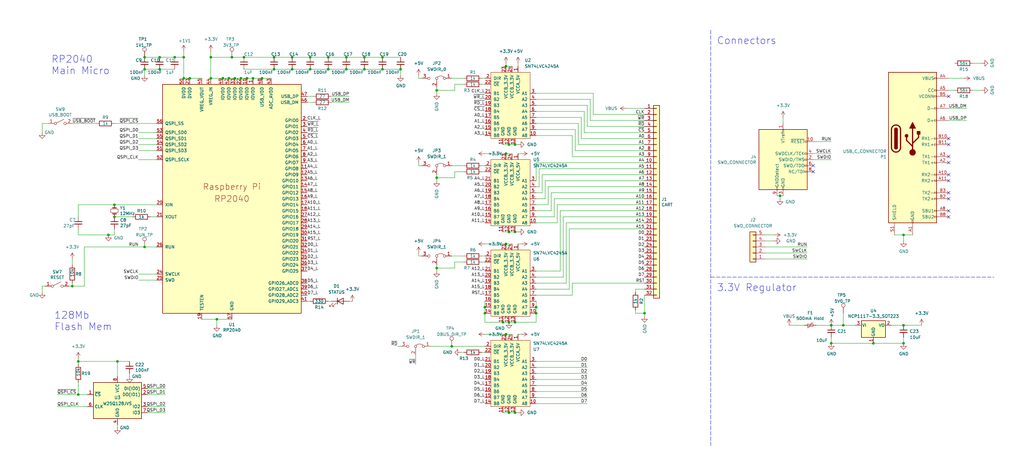
<source format=kicad_sch>
(kicad_sch (version 20211123) (generator eeschema)
  (paper "User" 431.8 200.381)
  (junction (at 138.43 24.13))
  (junction (at 60.96 104.14))
  (junction (at 350.52 144.78))
  (junction (at 130.81 29.21))
  (junction (at 99.06 33.02))
  (junction (at 161.29 24.13))
  (junction (at 184.15 74.93))
  (junction (at 217.17 173.99))
  (junction (at 97.79 24.13))
  (junction (at 77.47 33.02))
  (junction (at 184.15 38.1))
  (junction (at 146.05 24.13))
  (junction (at 213.36 102.87))
  (junction (at 91.44 134.62))
  (junction (at 33.02 166.37))
  (junction (at 368.3 144.78))
  (junction (at 67.31 24.13))
  (junction (at 48.26 91.44))
  (junction (at 30.48 120.65))
  (junction (at 204.47 129.54))
  (junction (at 217.17 60.96))
  (junction (at 217.17 97.79))
  (junction (at 48.26 86.36))
  (junction (at 212.09 135.89))
  (junction (at 123.19 29.21))
  (junction (at 153.67 29.21))
  (junction (at 271.78 132.08))
  (junction (at 153.67 24.13))
  (junction (at 67.31 29.21))
  (junction (at 49.53 152.4))
  (junction (at 104.14 33.02))
  (junction (at 213.36 64.77))
  (junction (at 93.98 33.02))
  (junction (at 214.63 173.99))
  (junction (at 88.9 24.13))
  (junction (at 138.43 29.21))
  (junction (at 214.63 97.79))
  (junction (at 213.36 27.94))
  (junction (at 146.05 29.21))
  (junction (at 110.49 33.02))
  (junction (at 106.68 33.02))
  (junction (at 350.52 137.16))
  (junction (at 77.47 24.13))
  (junction (at 73.66 24.13))
  (junction (at 328.93 82.55))
  (junction (at 213.36 140.97))
  (junction (at 214.63 135.89))
  (junction (at 115.57 29.21))
  (junction (at 88.9 33.02))
  (junction (at 60.96 29.21))
  (junction (at 96.52 33.02))
  (junction (at 217.17 135.89))
  (junction (at 168.91 29.21))
  (junction (at 123.19 24.13))
  (junction (at 190.5 146.05))
  (junction (at 355.6 137.16))
  (junction (at 60.96 24.13))
  (junction (at 381 137.16))
  (junction (at 130.81 24.13))
  (junction (at 115.57 24.13))
  (junction (at 226.06 132.08))
  (junction (at 102.87 24.13))
  (junction (at 381 99.06))
  (junction (at 161.29 29.21))
  (junction (at 204.47 132.08))
  (junction (at 80.01 33.02))
  (junction (at 214.63 60.96))
  (junction (at 381 144.78))
  (junction (at 184.15 113.03))
  (junction (at 101.6 33.02))
  (junction (at 45.72 99.06))
  (junction (at 226.06 129.54))
  (junction (at 33.02 152.4))
  (no_connect (at 400.05 91.44))
  (no_connect (at 400.05 66.04))
  (no_connect (at 400.05 81.28))
  (no_connect (at 342.9 72.39))
  (no_connect (at 400.05 73.66))
  (no_connect (at 400.05 76.2))
  (no_connect (at 342.9 69.85))
  (no_connect (at 400.05 68.58))
  (no_connect (at 400.05 83.82))
  (no_connect (at 400.05 58.42))
  (no_connect (at 400.05 60.96))
  (no_connect (at 400.05 40.64))
  (no_connect (at 400.05 88.9))
  (wire (pts (xy 226.06 152.4) (xy 247.65 152.4)))
  (wire (pts (xy 350.52 137.16) (xy 355.6 137.16)))
  (wire (pts (xy 234.95 86.36) (xy 234.95 93.98)))
  (polyline (pts (xy 299.72 116.84) (xy 419.1 116.84)))
  (wire (pts (xy 33.02 166.37) (xy 33.02 161.29)))
  (wire (pts (xy 35.56 120.65) (xy 35.56 104.14)))
  (wire (pts (xy 245.11 58.42) (xy 271.78 58.42)))
  (wire (pts (xy 212.09 135.89) (xy 214.63 135.89)))
  (wire (pts (xy 184.15 111.76) (xy 184.15 113.03)))
  (wire (pts (xy 62.23 171.45) (xy 69.85 171.45)))
  (wire (pts (xy 228.6 73.66) (xy 271.78 73.66)))
  (wire (pts (xy 204.47 127) (xy 204.47 129.54)))
  (wire (pts (xy 60.96 29.21) (xy 60.96 31.75)))
  (wire (pts (xy 218.44 64.77) (xy 219.71 64.77)))
  (wire (pts (xy 58.42 115.57) (xy 66.04 115.57)))
  (wire (pts (xy 204.47 132.08) (xy 204.47 135.89)))
  (wire (pts (xy 322.58 109.22) (xy 340.36 109.22)))
  (wire (pts (xy 226.06 170.18) (xy 247.65 170.18)))
  (wire (pts (xy 233.68 83.82) (xy 233.68 91.44)))
  (wire (pts (xy 375.92 137.16) (xy 381 137.16)))
  (wire (pts (xy 226.06 54.61) (xy 242.57 54.61)))
  (wire (pts (xy 58.42 58.42) (xy 66.04 58.42)))
  (wire (pts (xy 381 137.16) (xy 388.62 137.16)))
  (wire (pts (xy 350.52 142.24) (xy 350.52 144.78)))
  (wire (pts (xy 233.68 91.44) (xy 226.06 91.44)))
  (wire (pts (xy 45.72 99.06) (xy 48.26 99.06)))
  (wire (pts (xy 191.77 72.39) (xy 195.58 72.39)))
  (wire (pts (xy 226.06 52.07) (xy 243.84 52.07)))
  (wire (pts (xy 232.41 81.28) (xy 271.78 81.28)))
  (wire (pts (xy 67.31 29.21) (xy 73.66 29.21)))
  (wire (pts (xy 228.6 81.28) (xy 226.06 81.28)))
  (wire (pts (xy 60.96 29.21) (xy 67.31 29.21)))
  (wire (pts (xy 191.77 38.1) (xy 184.15 38.1)))
  (wire (pts (xy 350.52 59.69) (xy 342.9 59.69)))
  (wire (pts (xy 104.14 33.02) (xy 106.68 33.02)))
  (wire (pts (xy 328.93 82.55) (xy 328.93 83.82)))
  (wire (pts (xy 247.65 53.34) (xy 247.65 44.45)))
  (wire (pts (xy 91.44 134.62) (xy 85.09 134.62)))
  (wire (pts (xy 60.96 104.14) (xy 35.56 104.14)))
  (wire (pts (xy 218.44 140.97) (xy 219.71 140.97)))
  (wire (pts (xy 410.21 38.1) (xy 414.02 38.1)))
  (wire (pts (xy 33.02 152.4) (xy 33.02 153.67)))
  (wire (pts (xy 240.03 96.52) (xy 240.03 121.92)))
  (wire (pts (xy 227.33 71.12) (xy 271.78 71.12)))
  (wire (pts (xy 204.47 140.97) (xy 213.36 140.97)))
  (wire (pts (xy 184.15 113.03) (xy 184.15 114.3)))
  (wire (pts (xy 322.58 104.14) (xy 340.36 104.14)))
  (wire (pts (xy 77.47 33.02) (xy 80.01 33.02)))
  (wire (pts (xy 236.22 114.3) (xy 226.06 114.3)))
  (wire (pts (xy 217.17 60.96) (xy 218.44 60.96)))
  (wire (pts (xy 146.05 29.21) (xy 153.67 29.21)))
  (wire (pts (xy 88.9 33.02) (xy 93.98 33.02)))
  (wire (pts (xy 214.63 135.89) (xy 217.17 135.89)))
  (wire (pts (xy 102.87 29.21) (xy 115.57 29.21)))
  (wire (pts (xy 213.36 140.97) (xy 215.9 140.97)))
  (wire (pts (xy 17.78 120.65) (xy 17.78 123.19)))
  (wire (pts (xy 33.02 99.06) (xy 45.72 99.06)))
  (wire (pts (xy 204.47 64.77) (xy 213.36 64.77)))
  (wire (pts (xy 88.9 24.13) (xy 88.9 21.59)))
  (wire (pts (xy 106.68 33.02) (xy 110.49 33.02)))
  (wire (pts (xy 237.49 91.44) (xy 237.49 116.84)))
  (wire (pts (xy 267.97 121.92) (xy 267.97 123.19)))
  (wire (pts (xy 203.2 107.95) (xy 204.47 107.95)))
  (wire (pts (xy 322.58 106.68) (xy 340.36 106.68)))
  (wire (pts (xy 233.68 83.82) (xy 271.78 83.82)))
  (wire (pts (xy 176.53 68.58) (xy 176.53 69.85)))
  (wire (pts (xy 226.06 132.08) (xy 226.06 135.89)))
  (wire (pts (xy 203.2 148.59) (xy 204.47 148.59)))
  (wire (pts (xy 130.81 29.21) (xy 138.43 29.21)))
  (wire (pts (xy 30.48 120.65) (xy 29.21 120.65)))
  (wire (pts (xy 102.87 24.13) (xy 97.79 24.13)))
  (wire (pts (xy 400.05 33.02) (xy 406.4 33.02)))
  (wire (pts (xy 63.5 91.44) (xy 66.04 91.44)))
  (wire (pts (xy 241.3 124.46) (xy 226.06 124.46)))
  (wire (pts (xy 271.78 121.92) (xy 267.97 121.92)))
  (wire (pts (xy 195.58 35.56) (xy 191.77 35.56)))
  (wire (pts (xy 93.98 33.02) (xy 96.52 33.02)))
  (wire (pts (xy 322.58 99.06) (xy 326.39 99.06)))
  (wire (pts (xy 77.47 33.02) (xy 77.47 24.13)))
  (wire (pts (xy 190.5 146.05) (xy 204.47 146.05)))
  (wire (pts (xy 190.5 107.95) (xy 195.58 107.95)))
  (wire (pts (xy 226.06 39.37) (xy 250.19 39.37)))
  (wire (pts (xy 250.19 48.26) (xy 271.78 48.26)))
  (wire (pts (xy 33.02 96.52) (xy 33.02 99.06)))
  (wire (pts (xy 231.14 86.36) (xy 226.06 86.36)))
  (wire (pts (xy 110.49 33.02) (xy 114.3 33.02)))
  (wire (pts (xy 33.02 166.37) (xy 24.13 166.37)))
  (wire (pts (xy 191.77 35.56) (xy 191.77 38.1)))
  (wire (pts (xy 242.57 63.5) (xy 271.78 63.5)))
  (wire (pts (xy 191.77 72.39) (xy 191.77 74.93)))
  (wire (pts (xy 129.54 40.64) (xy 132.08 40.64)))
  (wire (pts (xy 213.36 27.94) (xy 215.9 27.94)))
  (wire (pts (xy 342.9 64.77) (xy 350.52 64.77)))
  (wire (pts (xy 344.17 137.16) (xy 350.52 137.16)))
  (wire (pts (xy 191.77 110.49) (xy 191.77 113.03)))
  (wire (pts (xy 228.6 73.66) (xy 228.6 81.28)))
  (wire (pts (xy 246.38 55.88) (xy 246.38 46.99)))
  (wire (pts (xy 204.47 102.87) (xy 213.36 102.87)))
  (wire (pts (xy 80.01 33.02) (xy 85.09 33.02)))
  (wire (pts (xy 204.47 129.54) (xy 204.47 132.08)))
  (wire (pts (xy 226.06 162.56) (xy 247.65 162.56)))
  (wire (pts (xy 176.53 33.02) (xy 177.8 33.02)))
  (wire (pts (xy 191.77 74.93) (xy 184.15 74.93)))
  (wire (pts (xy 190.5 69.85) (xy 195.58 69.85)))
  (wire (pts (xy 381 99.06) (xy 381 101.6)))
  (wire (pts (xy 240.03 121.92) (xy 226.06 121.92)))
  (wire (pts (xy 17.78 52.07) (xy 17.78 55.88)))
  (wire (pts (xy 161.29 24.13) (xy 168.91 24.13)))
  (wire (pts (xy 88.9 24.13) (xy 88.9 33.02)))
  (wire (pts (xy 96.52 33.02) (xy 99.06 33.02)))
  (wire (pts (xy 355.6 132.08) (xy 355.6 137.16)))
  (wire (pts (xy 381 142.24) (xy 381 144.78)))
  (wire (pts (xy 238.76 93.98) (xy 238.76 119.38)))
  (wire (pts (xy 99.06 33.02) (xy 101.6 33.02)))
  (wire (pts (xy 330.2 49.53) (xy 330.2 52.07)))
  (wire (pts (xy 130.81 24.13) (xy 138.43 24.13)))
  (wire (pts (xy 229.87 83.82) (xy 226.06 83.82)))
  (wire (pts (xy 58.42 60.96) (xy 66.04 60.96)))
  (wire (pts (xy 176.53 106.68) (xy 176.53 107.95)))
  (wire (pts (xy 204.47 135.89) (xy 212.09 135.89)))
  (wire (pts (xy 102.87 24.13) (xy 115.57 24.13)))
  (wire (pts (xy 168.91 29.21) (xy 168.91 31.75)))
  (wire (pts (xy 214.63 173.99) (xy 217.17 173.99)))
  (wire (pts (xy 342.9 67.31) (xy 350.52 67.31)))
  (wire (pts (xy 62.23 163.83) (xy 69.85 163.83)))
  (wire (pts (xy 30.48 119.38) (xy 30.48 120.65)))
  (wire (pts (xy 161.29 29.21) (xy 168.91 29.21)))
  (wire (pts (xy 332.74 137.16) (xy 339.09 137.16)))
  (wire (pts (xy 226.06 41.91) (xy 248.92 41.91)))
  (wire (pts (xy 49.53 152.4) (xy 33.02 152.4)))
  (wire (pts (xy 184.15 38.1) (xy 184.15 39.37)))
  (wire (pts (xy 184.15 73.66) (xy 184.15 74.93)))
  (wire (pts (xy 203.2 35.56) (xy 204.47 35.56)))
  (wire (pts (xy 176.53 31.75) (xy 176.53 33.02)))
  (wire (pts (xy 67.31 24.13) (xy 73.66 24.13)))
  (wire (pts (xy 246.38 55.88) (xy 271.78 55.88)))
  (wire (pts (xy 138.43 24.13) (xy 146.05 24.13)))
  (wire (pts (xy 250.19 48.26) (xy 250.19 39.37)))
  (wire (pts (xy 139.7 40.64) (xy 147.32 40.64)))
  (wire (pts (xy 203.2 110.49) (xy 204.47 110.49)))
  (wire (pts (xy 241.3 119.38) (xy 271.78 119.38)))
  (wire (pts (xy 115.57 29.21) (xy 123.19 29.21)))
  (wire (pts (xy 30.48 120.65) (xy 35.56 120.65)))
  (wire (pts (xy 54.61 157.48) (xy 54.61 158.75)))
  (wire (pts (xy 62.23 173.99) (xy 69.85 173.99)))
  (wire (pts (xy 123.19 24.13) (xy 130.81 24.13)))
  (wire (pts (xy 226.06 129.54) (xy 226.06 132.08)))
  (wire (pts (xy 217.17 135.89) (xy 226.06 135.89)))
  (wire (pts (xy 231.14 78.74) (xy 271.78 78.74)))
  (wire (pts (xy 241.3 66.04) (xy 241.3 57.15)))
  (wire (pts (xy 226.06 68.58) (xy 226.06 76.2)))
  (wire (pts (xy 97.79 24.13) (xy 88.9 24.13)))
  (wire (pts (xy 191.77 110.49) (xy 195.58 110.49)))
  (wire (pts (xy 236.22 88.9) (xy 236.22 114.3)))
  (wire (pts (xy 101.6 33.02) (xy 104.14 33.02)))
  (wire (pts (xy 240.03 96.52) (xy 271.78 96.52)))
  (wire (pts (xy 146.05 24.13) (xy 153.67 24.13)))
  (wire (pts (xy 203.2 33.02) (xy 204.47 33.02)))
  (wire (pts (xy 327.66 82.55) (xy 328.93 82.55)))
  (wire (pts (xy 30.48 52.07) (xy 40.64 52.07)))
  (wire (pts (xy 248.92 50.8) (xy 271.78 50.8)))
  (wire (pts (xy 167.64 146.05) (xy 168.91 146.05)))
  (wire (pts (xy 190.5 33.02) (xy 195.58 33.02)))
  (wire (pts (xy 271.78 132.08) (xy 271.78 133.35)))
  (wire (pts (xy 20.32 52.07) (xy 17.78 52.07)))
  (wire (pts (xy 227.33 71.12) (xy 227.33 78.74)))
  (wire (pts (xy 77.47 24.13) (xy 73.66 24.13)))
  (wire (pts (xy 232.41 88.9) (xy 226.06 88.9)))
  (wire (pts (xy 248.92 50.8) (xy 248.92 41.91)))
  (wire (pts (xy 97.79 134.62) (xy 91.44 134.62)))
  (wire (pts (xy 242.57 63.5) (xy 242.57 54.61)))
  (wire (pts (xy 229.87 76.2) (xy 229.87 83.82)))
  (wire (pts (xy 227.33 78.74) (xy 226.06 78.74)))
  (wire (pts (xy 58.42 118.11) (xy 66.04 118.11)))
  (wire (pts (xy 218.44 102.87) (xy 219.71 102.87)))
  (wire (pts (xy 212.09 60.96) (xy 214.63 60.96)))
  (wire (pts (xy 217.17 97.79) (xy 218.44 97.79)))
  (wire (pts (xy 226.06 46.99) (xy 246.38 46.99)))
  (wire (pts (xy 226.06 165.1) (xy 247.65 165.1)))
  (wire (pts (xy 355.6 137.16) (xy 360.68 137.16)))
  (wire (pts (xy 191.77 113.03) (xy 184.15 113.03)))
  (wire (pts (xy 123.19 29.21) (xy 130.81 29.21)))
  (wire (pts (xy 214.63 60.96) (xy 217.17 60.96)))
  (wire (pts (xy 115.57 24.13) (xy 123.19 24.13)))
  (wire (pts (xy 194.31 148.59) (xy 195.58 148.59)))
  (wire (pts (xy 407.67 45.72) (xy 400.05 45.72)))
  (wire (pts (xy 30.48 109.22) (xy 30.48 111.76)))
  (wire (pts (xy 237.49 91.44) (xy 271.78 91.44)))
  (wire (pts (xy 48.26 99.06) (xy 48.26 96.52)))
  (wire (pts (xy 247.65 53.34) (xy 271.78 53.34)))
  (wire (pts (xy 48.26 91.44) (xy 55.88 91.44)))
  (wire (pts (xy 234.95 93.98) (xy 226.06 93.98)))
  (wire (pts (xy 226.06 68.58) (xy 271.78 68.58)))
  (wire (pts (xy 66.04 86.36) (xy 48.26 86.36)))
  (wire (pts (xy 226.06 160.02) (xy 247.65 160.02)))
  (wire (pts (xy 229.87 76.2) (xy 271.78 76.2)))
  (wire (pts (xy 267.97 132.08) (xy 271.78 132.08)))
  (wire (pts (xy 217.17 173.99) (xy 218.44 173.99)))
  (wire (pts (xy 264.16 45.72) (xy 271.78 45.72)))
  (wire (pts (xy 322.58 101.6) (xy 326.39 101.6)))
  (wire (pts (xy 49.53 152.4) (xy 54.61 152.4)))
  (wire (pts (xy 58.42 55.88) (xy 66.04 55.88)))
  (wire (pts (xy 226.06 57.15) (xy 241.3 57.15)))
  (wire (pts (xy 203.2 69.85) (xy 204.47 69.85)))
  (wire (pts (xy 231.14 78.74) (xy 231.14 86.36)))
  (wire (pts (xy 213.36 102.87) (xy 215.9 102.87)))
  (wire (pts (xy 241.3 66.04) (xy 271.78 66.04)))
  (wire (pts (xy 212.09 173.99) (xy 214.63 173.99)))
  (wire (pts (xy 66.04 104.14) (xy 60.96 104.14)))
  (wire (pts (xy 203.2 72.39) (xy 204.47 72.39)))
  (wire (pts (xy 243.84 60.96) (xy 271.78 60.96)))
  (wire (pts (xy 176.53 69.85) (xy 177.8 69.85)))
  (wire (pts (xy 241.3 119.38) (xy 241.3 124.46)))
  (wire (pts (xy 245.11 58.42) (xy 245.11 49.53)))
  (wire (pts (xy 33.02 86.36) (xy 48.26 86.36)))
  (wire (pts (xy 212.09 97.79) (xy 214.63 97.79)))
  (wire (pts (xy 213.36 26.67) (xy 213.36 27.94)))
  (wire (pts (xy 236.22 88.9) (xy 271.78 88.9)))
  (wire (pts (xy 226.06 44.45) (xy 247.65 44.45)))
  (wire (pts (xy 33.02 86.36) (xy 33.02 91.44)))
  (wire (pts (xy 271.78 124.46) (xy 271.78 132.08)))
  (wire (pts (xy 226.06 154.94) (xy 247.65 154.94)))
  (wire (pts (xy 138.43 127) (xy 139.7 127)))
  (wire (pts (xy 247.65 167.64) (xy 226.06 167.64)))
  (wire (pts (xy 214.63 97.79) (xy 217.17 97.79)))
  (wire (pts (xy 58.42 63.5) (xy 66.04 63.5)))
  (wire (pts (xy 184.15 36.83) (xy 184.15 38.1)))
  (wire (pts (xy 232.41 81.28) (xy 232.41 88.9)))
  (wire (pts (xy 147.32 127) (xy 148.59 127)))
  (wire (pts (xy 267.97 130.81) (xy 267.97 132.08)))
  (polyline (pts (xy 299.72 12.7) (xy 299.72 187.96)))
  (wire (pts (xy 226.06 49.53) (xy 245.11 49.53)))
  (wire (pts (xy 234.95 86.36) (xy 271.78 86.36)))
  (wire (pts (xy 153.67 29.21) (xy 161.29 29.21)))
  (wire (pts (xy 139.7 43.18) (xy 147.32 43.18)))
  (wire (pts (xy 410.21 26.67) (xy 414.02 26.67)))
  (wire (pts (xy 384.81 99.06) (xy 381 99.06)))
  (wire (pts (xy 19.05 120.65) (xy 17.78 120.65)))
  (wire (pts (xy 62.23 166.37) (xy 69.85 166.37)))
  (wire (pts (xy 213.36 64.77) (xy 215.9 64.77)))
  (wire (pts (xy 184.15 74.93) (xy 184.15 76.2)))
  (wire (pts (xy 48.26 52.07) (xy 66.04 52.07)))
  (wire (pts (xy 138.43 29.21) (xy 146.05 29.21)))
  (wire (pts (xy 49.53 152.4) (xy 49.53 158.75)))
  (wire (pts (xy 237.49 116.84) (xy 226.06 116.84)))
  (wire (pts (xy 218.44 26.67) (xy 218.44 27.94)))
  (wire (pts (xy 226.06 157.48) (xy 247.65 157.48)))
  (wire (pts (xy 176.53 107.95) (xy 177.8 107.95)))
  (wire (pts (xy 60.96 24.13) (xy 67.31 24.13)))
  (wire (pts (xy 402.59 38.1) (xy 400.05 38.1)))
  (wire (pts (xy 368.3 144.78) (xy 350.52 144.78)))
  (wire (pts (xy 381 99.06) (xy 377.19 99.06)))
  (wire (pts (xy 238.76 119.38) (xy 226.06 119.38)))
  (wire (pts (xy 153.67 24.13) (xy 161.29 24.13)))
  (wire (pts (xy 175.26 149.86) (xy 175.26 153.67)))
  (wire (pts (xy 91.44 137.16) (xy 91.44 134.62)))
  (wire (pts (xy 33.02 166.37) (xy 36.83 166.37)))
  (wire (pts (xy 129.54 43.18) (xy 132.08 43.18)))
  (wire (pts (xy 49.53 179.07) (xy 49.53 180.34)))
  (wire (pts (xy 226.06 127) (xy 226.06 129.54)))
  (wire (pts (xy 238.76 93.98) (xy 271.78 93.98)))
  (wire (pts (xy 58.42 67.31) (xy 66.04 67.31)))
  (wire (pts (xy 181.61 146.05) (xy 190.5 146.05)))
  (wire (pts (xy 243.84 60.96) (xy 243.84 52.07)))
  (wire (pts (xy 33.02 151.13) (xy 33.02 152.4)))
  (wire (pts (xy 129.54 127) (xy 130.81 127)))
  (wire (pts (xy 24.13 171.45) (xy 36.83 171.45)))
  (wire (pts (xy 77.47 21.59) (xy 77.47 24.13)))
  (wire (pts (xy 330.2 82.55) (xy 328.93 82.55)))
  (wire (pts (xy 407.67 50.8) (xy 400.05 50.8)))
  (wire (pts (xy 368.3 144.78) (xy 381 144.78)))
  (text "Connectors" (at 302.26 19.05 0) (effects (font (size 2.9972 2.9972)) (justify left bottom)))
  (text "3.3V Regulator" (at 302.26 123.19 0) (effects (font (size 2.9972 2.9972)) (justify left bottom)))
  (text "RP2040\nMain Micro" (at 21.59 31.75 0) (effects (font (size 2.9972 2.9972)) (justify left bottom)))
  (text "128Mb\nFlash Mem" (at 22.86 139.7 0) (effects (font (size 2.9972 2.9972)) (justify left bottom)))
  (label "D0" (at 271.78 99.06 180))
  (label "A5_L" (at 129.54 73.66 0))
  (label "A7" (at 271.78 76.2 180))
  (label "D7" (at 271.78 116.84 180))
  (label "QSPI_CLK" (at 58.42 67.31 180))
  (label "~{WR}" (at 175.26 153.67 180))
  (label "~{QSPI_CS}" (at 58.42 52.07 180))
  (label "D5_L" (at 129.54 119.38 0))
  (label "D0_L" (at 129.54 104.14 0))
  (label "CLK" (at 271.78 48.26 180))
  (label "~{WR}" (at 271.78 50.8 180))
  (label "A4" (at 271.78 68.58 180))
  (label "D5" (at 271.78 111.76 180))
  (label "USB_DP" (at 407.67 50.8 180))
  (label "QSPI_D2" (at 69.85 171.45 180))
  (label "A3_L" (at 204.47 57.15 180))
  (label "USB_DP" (at 147.32 40.64 180))
  (label "D1" (at 247.65 154.94 180))
  (label "A14_L" (at 129.54 96.52 0))
  (label "A10_L" (at 129.54 86.36 0))
  (label "RST" (at 271.78 119.38 180))
  (label "A14_L" (at 204.47 119.38 180))
  (label "SWDIO" (at 340.36 109.22 180))
  (label "A9_L" (at 204.47 88.9 180))
  (label "D0" (at 247.65 152.4 180))
  (label "QSPI_D1" (at 69.85 166.37 180))
  (label "A5" (at 271.78 71.12 180))
  (label "~{CS}" (at 271.78 55.88 180))
  (label "CLK_L" (at 129.54 50.8 0))
  (label "D3" (at 271.78 106.68 180))
  (label "RST_L" (at 129.54 101.6 0))
  (label "D6_L" (at 204.47 167.64 180))
  (label "A12_L" (at 129.54 91.44 0))
  (label "A9" (at 271.78 81.28 180))
  (label "D3_L" (at 129.54 111.76 0))
  (label "A0_L" (at 204.47 49.53 180))
  (label "D2" (at 271.78 104.14 180))
  (label "RUN" (at 58.42 104.14 180))
  (label "A0_L" (at 129.54 60.96 0))
  (label "QSPI_D3" (at 69.85 173.99 180))
  (label "A11_L" (at 129.54 88.9 0))
  (label "A7_L" (at 129.54 78.74 0))
  (label "SWCLK" (at 340.36 106.68 180))
  (label "A1" (at 271.78 60.96 180))
  (label "D4_L" (at 129.54 114.3 0))
  (label "USB_DM" (at 147.32 43.18 180))
  (label "A2_L" (at 204.47 54.61 180))
  (label "D4_L" (at 204.47 162.56 180))
  (label "A1_L" (at 129.54 63.5 0))
  (label "A8" (at 271.78 78.74 180))
  (label "D4" (at 271.78 109.22 180))
  (label "~{WR_L}" (at 129.54 53.34 0))
  (label "~{CS_L}" (at 204.47 46.99 180))
  (label "A12" (at 271.78 88.9 180))
  (label "~{WR_L}" (at 204.47 41.91 180))
  (label "A8_L" (at 204.47 86.36 180))
  (label "RST_L" (at 204.47 124.46 180))
  (label "D7_L" (at 204.47 170.18 180))
  (label "CLK_L" (at 204.47 39.37 180))
  (label "A6" (at 271.78 73.66 180))
  (label "A13" (at 271.78 91.44 180))
  (label "A2" (at 271.78 63.5 180))
  (label "SWCLK" (at 58.42 115.57 180))
  (label "QSPI_D0" (at 58.42 55.88 180))
  (label "D5_L" (at 204.47 165.1 180))
  (label "~{CS_L}" (at 129.54 58.42 0))
  (label "A2_L" (at 129.54 66.04 0))
  (label "SWDIO" (at 350.52 67.31 180))
  (label "A15" (at 271.78 96.52 180))
  (label "A3_L" (at 129.54 68.58 0))
  (label "D1" (at 271.78 101.6 180))
  (label "A3" (at 271.78 66.04 180))
  (label "~{USB_BOOT}" (at 30.48 52.07 0))
  (label "A9_L" (at 129.54 83.82 0))
  (label "QSPI_D2" (at 58.42 60.96 180))
  (label "QSPI_CLK" (at 24.13 171.45 0))
  (label "D7" (at 247.65 170.18 180))
  (label "~{RD_L}" (at 204.47 44.45 180))
  (label "SWCLK" (at 350.52 64.77 180))
  (label "A4_L" (at 129.54 71.12 0))
  (label "A1_L" (at 204.47 52.07 180))
  (label "RUN" (at 340.36 104.14 180))
  (label "QSPI_D1" (at 58.42 58.42 180))
  (label "A11" (at 271.78 86.36 180))
  (label "D3_L" (at 204.47 160.02 180))
  (label "D4" (at 247.65 162.56 180))
  (label "A6_L" (at 129.54 76.2 0))
  (label "A5_L" (at 204.47 78.74 180))
  (label "A12_L" (at 204.47 114.3 180))
  (label "A4_L" (at 204.47 76.2 180))
  (label "~{RD}" (at 167.64 146.05 180))
  (label "D0_L" (at 204.47 152.4 180))
  (label "A6_L" (at 204.47 81.28 180))
  (label "D2" (at 247.65 157.48 180))
  (label "D2_L" (at 129.54 109.22 0))
  (label "A8_L" (at 129.54 81.28 0))
  (label "D3" (at 247.65 160.02 180))
  (label "D5" (at 247.65 165.1 180))
  (label "A14" (at 271.78 93.98 180))
  (label "D6" (at 271.78 114.3 180))
  (label "A15_L" (at 204.47 121.92 180))
  (label "D6_L" (at 129.54 121.92 0))
  (label "A7_L" (at 204.47 83.82 180))
  (label "A11_L" (at 204.47 93.98 180))
  (label "RUN" (at 350.52 59.69 180))
  (label "D7_L" (at 129.54 124.46 0))
  (label "SWDIO" (at 58.42 118.11 180))
  (label "QSPI_D3" (at 58.42 63.5 180))
  (label "~{RD}" (at 271.78 53.34 180))
  (label "A13_L" (at 129.54 93.98 0))
  (label "D1_L" (at 204.47 154.94 180))
  (label "A13_L" (at 204.47 116.84 180))
  (label "D2_L" (at 204.47 157.48 180))
  (label "~{RD_L}" (at 129.54 55.88 0))
  (label "D6" (at 247.65 167.64 180))
  (label "QSPI_D0" (at 69.85 163.83 180))
  (label "A10" (at 271.78 83.82 180))
  (label "A10_L" (at 204.47 91.44 180))
  (label "A0" (at 271.78 58.42 180))
  (label "D1_L" (at 129.54 106.68 0))
  (label "~{QSPI_CS}" (at 24.13 166.37 0))
  (label "USB_DM" (at 407.67 45.72 180))
  (label "A15_L" (at 129.54 99.06 0))
  (symbol (lib_id "Memory_Flash:W25Q128JVS") (at 49.53 168.91 0) (unit 1)
    (property "Reference" "U3" (at 49.53 167.64 0))
    (property "Value" "W25Q128JVS" (at 49.53 170.18 0))
    (property "Footprint" "Package_SO:SOIC-8_5.23x5.23mm_P1.27mm" (effects hide))
    (property "Datasheet" "http://www.winbond.com/resource-files/w25q128jv_dtr%20revc%2003272018%20plus.pdf" (effects hide))
  )
  (symbol (lib_id "Device:R") (at 33.02 157.48 0) (unit 1)
    (property "Reference" "R19" (at 34.29 157.48 0) (effects (justify left)))
    (property "Value" "10k" (at 33.02 158.75 90) (effects (justify left)))
    (property "Footprint" "Resistor_SMD:R_0402_1005Metric_Pad0.72x0.64mm_HandSolder" (effects hide))
  )
  (symbol (lib_id "Device:R") (at 44.45 52.07 270) (unit 1)
    (property "Reference" "R9" (at 44.45 49.53 90))
    (property "Value" "1k" (at 44.45 52.07 90))
    (property "Footprint" "Resistor_SMD:R_0402_1005Metric_Pad0.72x0.64mm_HandSolder" (effects hide))
  )
  (symbol (lib_id "Device:C_Small") (at 54.61 154.94 0) (unit 1)
    (property "Reference" "C22" (at 56.9468 153.7716 0) (effects (justify left)))
    (property "Value" "100nF" (at 56.9468 156.083 0) (effects (justify left)))
    (property "Footprint" "Capacitor_SMD:C_0402_1005Metric_Pad0.74x0.62mm_HandSolder" (effects hide))
  )
  (symbol (lib_id "power:GND") (at 54.61 158.75 0) (unit 1)
    (property "Reference" "#PWR0104" (effects hide))
    (property "Value" "GND" (at 59.69 158.75 0) (effects (justify right)))
  )
  (symbol (lib_id "power:GND") (at 49.53 180.34 0) (unit 1)
    (property "Reference" "#PWR0105" (effects hide))
    (property "Value" "GND" (at 54.61 180.34 0) (effects (justify right)))
  )
  (symbol (lib_id "power:GND") (at 17.78 55.88 0) (unit 1)
    (property "Reference" "#PWR0106" (effects hide))
    (property "Value" "GND" (at 22.86 55.88 0) (effects (justify right)))
  )
  (symbol (lib_id "Regulator_Linear:NCP1117-3.3_SOT223") (at 368.3 137.16 0) (unit 1)
    (property "Reference" "U4" (at 368.3 131.0132 0))
    (property "Value" "NCP1117-3.3_SOT223" (at 368.3 133.3246 0))
    (property "Footprint" "Package_TO_SOT_SMD:SOT-223-3_TabPin2" (effects hide))
    (property "Datasheet" "http://www.onsemi.com/pub_link/Collateral/NCP1117-D.PDF" (effects hide))
  )
  (symbol (lib_id "Device:C_Small") (at 350.52 139.7 0) (unit 1)
    (property "Reference" "C21" (at 353.06 139.7 0) (effects (justify left)))
    (property "Value" "10uF" (at 344.17 143.51 0) (effects (justify left)))
    (property "Footprint" "Capacitor_SMD:C_1206_3216Metric_Pad1.33x1.80mm_HandSolder" (effects hide))
  )
  (symbol (lib_id "power:GND") (at 350.52 144.78 0) (unit 1)
    (property "Reference" "#PWR0145" (effects hide))
    (property "Value" "GND" (at 350.647 149.1742 0))
  )
  (symbol (lib_id "Device:C_Small") (at 381 139.7 0) (unit 1)
    (property "Reference" "C23" (at 383.54 139.7 0) (effects (justify left)))
    (property "Value" "10uF" (at 383.54 142.24 0) (effects (justify left)))
    (property "Footprint" "Capacitor_SMD:C_1206_3216Metric_Pad1.33x1.80mm_HandSolder" (effects hide))
  )
  (symbol (lib_id "power:GND") (at 381 144.78 0) (unit 1)
    (property "Reference" "#PWR0146" (effects hide))
    (property "Value" "GND" (at 381.127 149.1742 0))
  )
  (symbol (lib_id "Device:Crystal_Small") (at 48.26 88.9 90) (unit 1)
    (property "Reference" "Y1" (at 50.4952 87.7316 90) (effects (justify right)))
    (property "Value" "12MHz" (at 50.4952 90.043 90) (effects (justify right)))
    (property "Footprint" "Crystal:Crystal_HC52-8mm_Vertical" (effects hide))
  )
  (symbol (lib_id "Device:Polyfuse_Small") (at 341.63 137.16 270) (unit 1)
    (property "Reference" "F1" (at 341.63 131.953 90))
    (property "Value" "500mA Hold" (at 341.63 134.2644 90))
    (property "Footprint" "Fuse:Fuse_1206_3216Metric_Pad1.42x1.75mm_HandSolder" (effects hide))
  )
  (symbol (lib_id "Device:R") (at 59.69 91.44 90) (unit 1)
    (property "Reference" "R10" (at 59.69 88.9 90))
    (property "Value" "1k" (at 59.69 91.44 90))
    (property "Footprint" "Resistor_SMD:R_0402_1005Metric_Pad0.72x0.64mm_HandSolder" (effects hide))
  )
  (symbol (lib_id "Device:C_Small") (at 48.26 93.98 0) (unit 1)
    (property "Reference" "C8" (at 50.5968 92.8116 0) (effects (justify left)))
    (property "Value" "27pF" (at 50.5968 95.123 0) (effects (justify left)))
    (property "Footprint" "Capacitor_SMD:C_0402_1005Metric_Pad0.74x0.62mm_HandSolder" (effects hide))
  )
  (symbol (lib_id "Device:C_Small") (at 33.02 93.98 0) (unit 1)
    (property "Reference" "C7" (at 29.21 92.71 0) (effects (justify left)))
    (property "Value" "27pF" (at 26.67 95.25 0) (effects (justify left)))
    (property "Footprint" "Capacitor_SMD:C_0402_1005Metric_Pad0.74x0.62mm_HandSolder" (effects hide))
  )
  (symbol (lib_id "power:GND") (at 45.72 99.06 0) (unit 1)
    (property "Reference" "#PWR0107" (effects hide))
    (property "Value" "GND" (at 52.07 100.33 0) (effects (justify right)))
  )
  (symbol (lib_id "Device:R") (at 135.89 40.64 270) (unit 1)
    (property "Reference" "R11" (at 135.89 38.1 90))
    (property "Value" "27" (at 135.89 40.64 90))
    (property "Footprint" "Resistor_SMD:R_0603_1608Metric_Pad0.98x0.95mm_HandSolder" (effects hide))
  )
  (symbol (lib_id "Device:R") (at 135.89 43.18 270) (unit 1)
    (property "Reference" "R12" (at 135.89 45.72 90))
    (property "Value" "27" (at 135.89 43.18 90))
    (property "Footprint" "Resistor_SMD:R_0603_1608Metric_Pad0.98x0.95mm_HandSolder" (effects hide))
  )
  (symbol (lib_id "Connector:Conn_ARM_JTAG_SWD_10") (at 330.2 67.31 0) (unit 1)
    (property "Reference" "J4" (at 318.9478 66.1416 0) (effects (justify right)))
    (property "Value" "SWD_CONNECTOR" (at 318.9478 68.453 0) (effects (justify right)))
    (property "Footprint" "Connector_PinHeader_1.27mm:PinHeader_2x05_P1.27mm_Vertical_SMD" (effects hide))
    (property "Datasheet" "http://infocenter.arm.com/help/topic/com.arm.doc.ddi0314h/DDI0314H_coresight_components_trm.pdf" (effects hide))
  )
  (symbol (lib_id "power:GND") (at 328.93 83.82 0) (unit 1)
    (property "Reference" "#PWR0109" (effects hide))
    (property "Value" "GND" (at 335.28 85.09 0) (effects (justify right)))
  )
  (symbol (lib_id "Switch:SW_SPST") (at 25.4 52.07 0) (unit 1)
    (property "Reference" "SW9" (at 25.4 46.101 0))
    (property "Value" "USB_BOOT" (at 25.4 48.4124 0))
    (property "Footprint" "Button_Switch_SMD:SW_SPST_EVPBF" (effects hide))
  )
  (symbol (lib_id "power:GND") (at 17.78 123.19 0) (unit 1)
    (property "Reference" "#PWR0112" (effects hide))
    (property "Value" "GND" (at 16.51 124.46 0) (effects (justify right)))
  )
  (symbol (lib_id "Switch:SW_SPST") (at 24.13 120.65 0) (unit 1)
    (property "Reference" "SW7" (at 24.13 114.681 0))
    (property "Value" "RESET" (at 24.13 116.9924 0))
    (property "Footprint" "Button_Switch_SMD:SW_SPST_EVPBF" (effects hide))
  )
  (symbol (lib_id "Device:R") (at 30.48 115.57 0) (unit 1)
    (property "Reference" "R8" (at 31.75 115.57 0) (effects (justify left)))
    (property "Value" "10k" (at 30.48 116.84 90) (effects (justify left)))
    (property "Footprint" "Resistor_SMD:R_0402_1005Metric_Pad0.72x0.64mm_HandSolder" (effects hide))
  )
  (symbol (lib_id "power:GND") (at 91.44 137.16 0) (unit 1)
    (property "Reference" "#PWR0114" (effects hide))
    (property "Value" "GND" (at 91.567 141.5542 0))
  )
  (symbol (lib_id "Device:C_Small") (at 115.57 26.67 0) (unit 1)
    (property "Reference" "C13" (at 114.3 22.86 0) (effects (justify left)))
    (property "Value" "100nF" (at 109.22 30.48 0) (effects (justify left)))
    (property "Footprint" "Capacitor_SMD:C_0402_1005Metric_Pad0.74x0.62mm_HandSolder" (effects hide))
  )
  (symbol (lib_id "Device:C_Small") (at 123.19 26.67 0) (unit 1)
    (property "Reference" "C14" (at 121.92 22.86 0) (effects (justify left)))
    (property "Value" "100nF" (at 116.84 30.48 0) (effects (justify left)))
    (property "Footprint" "Capacitor_SMD:C_0402_1005Metric_Pad0.74x0.62mm_HandSolder" (effects hide))
  )
  (symbol (lib_id "Device:C_Small") (at 130.81 26.67 0) (unit 1)
    (property "Reference" "C15" (at 129.54 22.86 0) (effects (justify left)))
    (property "Value" "100nF" (at 124.46 30.48 0) (effects (justify left)))
    (property "Footprint" "Capacitor_SMD:C_0402_1005Metric_Pad0.74x0.62mm_HandSolder" (effects hide))
  )
  (symbol (lib_id "Device:C_Small") (at 138.43 26.67 0) (unit 1)
    (property "Reference" "C16" (at 137.16 22.86 0) (effects (justify left)))
    (property "Value" "100nF" (at 132.08 30.48 0) (effects (justify left)))
    (property "Footprint" "Capacitor_SMD:C_0402_1005Metric_Pad0.74x0.62mm_HandSolder" (effects hide))
  )
  (symbol (lib_id "Device:C_Small") (at 146.05 26.67 0) (unit 1)
    (property "Reference" "C17" (at 144.78 22.86 0) (effects (justify left)))
    (property "Value" "100nF" (at 139.7 30.48 0) (effects (justify left)))
    (property "Footprint" "Capacitor_SMD:C_0402_1005Metric_Pad0.74x0.62mm_HandSolder" (effects hide))
  )
  (symbol (lib_id "Device:C_Small") (at 153.67 26.67 0) (unit 1)
    (property "Reference" "C18" (at 152.4 22.86 0) (effects (justify left)))
    (property "Value" "100nF" (at 147.32 30.48 0) (effects (justify left)))
    (property "Footprint" "Capacitor_SMD:C_0402_1005Metric_Pad0.74x0.62mm_HandSolder" (effects hide))
  )
  (symbol (lib_id "Device:C_Small") (at 102.87 26.67 0) (unit 1)
    (property "Reference" "C12" (at 102.87 22.86 0) (effects (justify left)))
    (property "Value" "1uF" (at 102.87 30.48 0) (effects (justify left)))
    (property "Footprint" "Capacitor_SMD:C_0805_2012Metric_Pad1.18x1.45mm_HandSolder" (effects hide))
  )
  (symbol (lib_id "power:GND") (at 60.96 31.75 0) (unit 1)
    (property "Reference" "#PWR0119" (effects hide))
    (property "Value" "GND" (at 57.15 33.02 0))
  )
  (symbol (lib_id "gbpunk:RP2040") (at 97.79 83.82 0) (unit 1)
    (property "Reference" "U1" (at 97.79 136.8806 0))
    (property "Value" "RP2040" (at 97.79 139.192 0))
    (property "Footprint" "gbpunk:RP2040-QFN-56" (effects hide))
  )
  (symbol (lib_id "Device:C_Small") (at 60.96 26.67 0) (unit 1)
    (property "Reference" "C9" (at 57.15 25.4 0) (effects (justify left)))
    (property "Value" "100nF" (at 54.61 30.48 0) (effects (justify left)))
    (property "Footprint" "Capacitor_SMD:C_0402_1005Metric_Pad0.74x0.62mm_HandSolder" (effects hide))
  )
  (symbol (lib_id "Device:C_Small") (at 67.31 26.67 0) (unit 1)
    (property "Reference" "C10" (at 63.5 25.4 0) (effects (justify left)))
    (property "Value" "100nF" (at 62.23 30.48 0) (effects (justify left)))
    (property "Footprint" "Capacitor_SMD:C_0402_1005Metric_Pad0.74x0.62mm_HandSolder" (effects hide))
  )
  (symbol (lib_id "Device:C_Small") (at 73.66 26.67 0) (unit 1)
    (property "Reference" "C11" (at 69.85 25.4 0) (effects (justify left)))
    (property "Value" "1uF" (at 69.85 30.48 0) (effects (justify left)))
    (property "Footprint" "Capacitor_SMD:C_0805_2012Metric_Pad1.18x1.45mm_HandSolder" (effects hide))
  )
  (symbol (lib_id "Connector_Generic:Conn_01x32") (at 276.86 83.82 0) (unit 1)
    (property "Reference" "J1" (at 278.892 84.0232 0) (effects (justify left)))
    (property "Value" "CART" (at 278.892 86.3346 0) (effects (justify left)))
    (property "Footprint" "gbpunk:gbpunk_aliexpress_gb_connector" (effects hide))
  )
  (symbol (lib_id "power:GND") (at 271.78 133.35 0) (unit 1)
    (property "Reference" "#PWR0102" (effects hide))
    (property "Value" "GND" (at 271.907 136.6012 90) (effects (justify right)))
  )
  (symbol (lib_id "power:+5V") (at 350.52 137.16 0) (unit 1)
    (property "Reference" "#PWR0148" (effects hide))
    (property "Value" "+5V" (at 350.901 133.9088 90) (effects (justify left)))
  )
  (symbol (lib_id "Device:R") (at 267.97 127 180) (unit 1)
    (property "Reference" "R2" (at 270.51 127 90))
    (property "Value" "1k" (at 267.97 127 90))
    (property "Footprint" "Resistor_SMD:R_0603_1608Metric_Pad0.98x0.95mm_HandSolder" (effects hide))
  )
  (symbol (lib_id "Connector:USB_C_Plug") (at 384.81 58.42 0) (unit 1)
    (property "Reference" "P1" (at 373.888 66.1162 0) (effects (justify right)))
    (property "Value" "USB_C_CONNECTOR" (at 373.888 63.8048 0) (effects (justify right)))
    (property "Footprint" "Connector_USB:USB_C_Receptacle_HRO_TYPE-C-31-M-12" (effects hide))
    (property "Datasheet" "https://www.usb.org/sites/default/files/documents/usb_type-c.zip" (effects hide))
  )
  (symbol (lib_id "power:GND") (at 381 101.6 0) (unit 1)
    (property "Reference" "#PWR0136" (effects hide))
    (property "Value" "GND" (at 381.127 105.9942 0))
  )
  (symbol (lib_id "Device:R") (at 406.4 38.1 90) (unit 1)
    (property "Reference" "R18" (at 406.4 40.64 90))
    (property "Value" "56k" (at 406.4 38.1 90))
    (property "Footprint" "Resistor_SMD:R_0402_1005Metric_Pad0.72x0.64mm_HandSolder" (effects hide))
  )
  (symbol (lib_id "power:GND") (at 414.02 38.1 90) (unit 1)
    (property "Reference" "#PWR0137" (effects hide))
    (property "Value" "GND" (at 418.4142 37.973 0))
  )
  (symbol (lib_id "Device:C_Small") (at 161.29 26.67 0) (unit 1)
    (property "Reference" "C19" (at 160.02 22.86 0) (effects (justify left)))
    (property "Value" "100nF" (at 154.94 30.48 0) (effects (justify left)))
    (property "Footprint" "Capacitor_SMD:C_0402_1005Metric_Pad0.74x0.62mm_HandSolder" (effects hide))
  )
  (symbol (lib_id "Device:C_Small") (at 168.91 26.67 0) (unit 1)
    (property "Reference" "C20" (at 167.64 22.86 0) (effects (justify left)))
    (property "Value" "100nF" (at 162.56 30.48 0) (effects (justify left)))
    (property "Footprint" "Capacitor_SMD:C_0402_1005Metric_Pad0.74x0.62mm_HandSolder" (effects hide))
  )
  (symbol (lib_id "power:+1V1") (at 77.47 21.59 0) (unit 1)
    (property "Reference" "#PWR0141" (effects hide))
    (property "Value" "+1V1" (at 77.851 17.1958 0))
  )
  (symbol (lib_id "power:GND") (at 168.91 31.75 0) (unit 1)
    (property "Reference" "#PWR0142" (effects hide))
    (property "Value" "GND" (at 169.037 36.1442 0))
  )
  (symbol (lib_id "power:+5V") (at 176.53 106.68 0) (unit 1)
    (property "Reference" "#PWR0140" (effects hide))
    (property "Value" "+5V" (at 176.53 101.6 0))
  )
  (symbol (lib_id "Connector:TestPoint") (at 60.96 24.13 0) (unit 1)
    (property "Reference" "TP1" (at 58.42 16.51 0) (effects (justify left)))
    (property "Value" "1V1_TP" (at 57.15 19.05 0) (effects (justify left)))
    (property "Footprint" "TestPoint:TestPoint_Pad_D1.0mm" (effects hide))
  )
  (symbol (lib_id "Device:R") (at 199.39 72.39 270) (unit 1)
    (property "Reference" "R5" (at 198.12 74.93 90))
    (property "Value" "1k" (at 199.39 72.39 90))
    (property "Footprint" "Resistor_SMD:R_0603_1608Metric_Pad0.98x0.95mm_HandSolder" (effects hide))
  )
  (symbol (lib_id "power:+3.3V") (at 88.9 21.59 0) (unit 1)
    (property "Reference" "#PWR0138" (effects hide))
    (property "Value" "+3.3V" (at 88.9 16.51 0))
  )
  (symbol (lib_id "power:+3.3V") (at 204.47 102.87 90) (unit 1)
    (property "Reference" "#PWR0130" (effects hide))
    (property "Value" "+3.3V" (at 205.74 102.8699 90) (effects (justify right)))
  )
  (symbol (lib_id "Jumper:Jumper_3_Bridged12") (at 184.15 107.95 0) (mirror y) (unit 1)
    (property "Reference" "JP4" (at 184.15 101.6 0))
    (property "Value" "SWDIR_1" (at 184.15 104.14 0))
    (property "Footprint" "Jumper:SolderJumper-3_P1.3mm_Bridged12_RoundedPad1.0x1.5mm" (effects hide))
  )
  (symbol (lib_id "power:+5V") (at 219.71 140.97 270) (unit 1)
    (property "Reference" "#PWR0117" (effects hide))
    (property "Value" "+5V" (at 223.52 140.9699 90) (effects (justify left)))
  )
  (symbol (lib_id "power:GND") (at 218.44 173.99 90) (unit 1)
    (property "Reference" "#PWR0111" (effects hide))
    (property "Value" "GND" (at 222.25 173.9899 90) (effects (justify right)))
  )
  (symbol (lib_id "Connector:TestPoint") (at 190.5 146.05 0) (unit 1)
    (property "Reference" "TP4" (at 187.96 138.43 0) (effects (justify left)))
    (property "Value" "DBUS_DIR_TP" (at 184.15 140.97 0) (effects (justify left)))
    (property "Footprint" "TestPoint:TestPoint_Pad_D1.0mm" (effects hide))
  )
  (symbol (lib_id "Device:R") (at 406.4 26.67 90) (unit 1)
    (property "Reference" "R15" (at 406.4 29.21 90))
    (property "Value" "56k" (at 406.4 26.67 90))
    (property "Footprint" "Resistor_SMD:R_0402_1005Metric_Pad0.72x0.64mm_HandSolder" (effects hide))
  )
  (symbol (lib_id "Connector_Generic:Conn_01x05") (at 317.5 104.14 180) (unit 1)
    (property "Reference" "J2" (at 317.5 92.71 0))
    (property "Value" "SWD_CONNECTOR" (at 317.5 95.25 0))
    (property "Footprint" "Connector_PinHeader_2.54mm:PinHeader_1x05_P2.54mm_Vertical" (effects hide))
  )
  (symbol (lib_id "power:GND") (at 184.15 39.37 0) (unit 1)
    (property "Reference" "#PWR0127" (effects hide))
    (property "Value" "GND" (at 184.15 46.99 90) (effects (justify left)))
  )
  (symbol (lib_id "power:+5V") (at 176.53 68.58 0) (unit 1)
    (property "Reference" "#PWR0143" (effects hide))
    (property "Value" "+5V" (at 176.53 63.5 0))
  )
  (symbol (lib_id "power:GND") (at 214.63 135.89 0) (unit 1)
    (property "Reference" "#PWR0126" (effects hide))
    (property "Value" "GND" (at 210.82 138.43 0))
  )
  (symbol (lib_id "power:+3.3V") (at 326.39 99.06 270) (unit 1)
    (property "Reference" "#PWR0128" (effects hide))
    (property "Value" "+3.3V" (at 330.2 99.0599 90) (effects (justify left)))
  )
  (symbol (lib_id "power:+5V") (at 218.44 26.67 0) (unit 1)
    (property "Reference" "#PWR0122" (effects hide))
    (property "Value" "+5V" (at 218.44 21.59 0))
  )
  (symbol (lib_id "Jumper:Jumper_3_Bridged12") (at 175.26 146.05 0) (mirror y) (unit 1)
    (property "Reference" "JP1" (at 175.26 139.7 0))
    (property "Value" "SWDIR_1" (at 175.26 142.24 0))
    (property "Footprint" "Jumper:SolderJumper-3_P1.3mm_Bridged12_RoundedPad1.0x1.5mm" (effects hide))
  )
  (symbol (lib_id "Device:R") (at 199.39 148.59 270) (unit 1)
    (property "Reference" "R13" (at 195.58 151.13 90))
    (property "Value" "1k" (at 199.39 148.59 90))
    (property "Footprint" "Resistor_SMD:R_0603_1608Metric_Pad0.98x0.95mm_HandSolder" (effects hide))
  )
  (symbol (lib_id "Device:R") (at 199.39 33.02 270) (unit 1)
    (property "Reference" "R1" (at 199.39 30.48 90))
    (property "Value" "1k" (at 199.39 33.02 90))
    (property "Footprint" "Resistor_SMD:R_0603_1608Metric_Pad0.98x0.95mm_HandSolder" (effects hide))
  )
  (symbol (lib_id "power:+3.3V") (at 330.2 49.53 0) (unit 1)
    (property "Reference" "#PWR0103" (effects hide))
    (property "Value" "+3.3V" (at 330.2 44.45 0))
  )
  (symbol (lib_id "Device:R") (at 199.39 110.49 270) (unit 1)
    (property "Reference" "R7" (at 196.85 113.03 90))
    (property "Value" "1k" (at 199.39 110.49 90))
    (property "Footprint" "Resistor_SMD:R_0603_1608Metric_Pad0.98x0.95mm_HandSolder" (effects hide))
  )
  (symbol (lib_id "Device:R") (at 199.39 107.95 270) (unit 1)
    (property "Reference" "R6" (at 199.39 105.41 90))
    (property "Value" "1k" (at 199.39 107.95 90))
    (property "Footprint" "Resistor_SMD:R_0603_1608Metric_Pad0.98x0.95mm_HandSolder" (effects hide))
  )
  (symbol (lib_id "power:GND") (at 184.15 114.3 0) (unit 1)
    (property "Reference" "#PWR0134" (effects hide))
    (property "Value" "GND" (at 184.15 121.92 90) (effects (justify left)))
  )
  (symbol (lib_id "power:VBUS") (at 264.16 45.72 90) (unit 1)
    (property "Reference" "#PWR0120" (effects hide))
    (property "Value" "VBUS" (at 260.35 45.7199 90) (effects (justify left)))
  )
  (symbol (lib_id "Jumper:Jumper_3_Bridged12") (at 184.15 33.02 0) (mirror y) (unit 1)
    (property "Reference" "JP2" (at 184.15 26.67 0))
    (property "Value" "SWDIR_0" (at 184.15 29.21 0))
    (property "Footprint" "Jumper:SolderJumper-3_P1.3mm_Bridged12_RoundedPad1.0x1.5mm" (effects hide))
  )
  (symbol (lib_id "power:+3.3V") (at 204.47 140.97 90) (unit 1)
    (property "Reference" "#PWR0116" (effects hide))
    (property "Value" "+3.3V" (at 205.74 140.9699 90) (effects (justify right)))
  )
  (symbol (lib_id "power:+3.3V") (at 148.59 127 0) (unit 1)
    (property "Reference" "#PWR0135" (effects hide))
    (property "Value" "+3.3V" (at 148.59 121.92 0))
  )
  (symbol (lib_id "power:+5V") (at 219.71 102.87 270) (unit 1)
    (property "Reference" "#PWR0132" (effects hide))
    (property "Value" "+5V" (at 223.52 102.8699 90) (effects (justify left)))
  )
  (symbol (lib_id "power:+3.3V") (at 388.62 137.16 0) (unit 1)
    (property "Reference" "#PWR0108" (effects hide))
    (property "Value" "+3.3V" (at 388.62 132.08 0))
  )
  (symbol (lib_id "power:GND") (at 184.15 76.2 0) (unit 1)
    (property "Reference" "#PWR0129" (effects hide))
    (property "Value" "GND" (at 184.15 83.82 90) (effects (justify left)))
  )
  (symbol (lib_id "Device:R") (at 199.39 35.56 270) (unit 1)
    (property "Reference" "R3" (at 196.85 38.1 90))
    (property "Value" "1k" (at 199.39 35.56 90))
    (property "Footprint" "Resistor_SMD:R_0603_1608Metric_Pad0.98x0.95mm_HandSolder" (effects hide))
  )
  (symbol (lib_id "power:GND") (at 218.44 97.79 90) (unit 1)
    (property "Reference" "#PWR0133" (effects hide))
    (property "Value" "GND" (at 222.25 97.7899 90) (effects (justify right)))
  )
  (symbol (lib_id "power:GND") (at 414.02 26.67 90) (unit 1)
    (property "Reference" "#PWR0144" (effects hide))
    (property "Value" "GND" (at 418.4142 26.543 0))
  )
  (symbol (lib_id "Connector:TestPoint") (at 60.96 104.14 0) (unit 1)
    (property "Reference" "TP2" (at 58.42 96.52 0) (effects (justify left)))
    (property "Value" "RUN_TP" (at 57.15 99.06 0) (effects (justify left)))
    (property "Footprint" "TestPoint:TestPoint_Pad_D1.0mm" (effects hide))
  )
  (symbol (lib_id "Device:LED") (at 143.51 127 0) (unit 1)
    (property "Reference" "D1" (at 141.9225 120.65 0))
    (property "Value" "STATUS" (at 141.9225 123.19 0))
    (property "Footprint" "LED_SMD:LED_0603_1608Metric_Pad1.05x0.95mm_HandSolder" (effects hide))
  )
  (symbol (lib_id "power:+3.3V") (at 33.02 151.13 0) (unit 1)
    (property "Reference" "#PWR0139" (effects hide))
    (property "Value" "+3.3V" (at 33.02 146.05 0))
  )
  (symbol (lib_id "power:+3.3V") (at 30.48 109.22 0) (unit 1)
    (property "Reference" "#PWR0113" (effects hide))
    (property "Value" "+3.3V" (at 30.48 104.14 0))
  )
  (symbol (lib_id "power:+5V") (at 219.71 64.77 270) (unit 1)
    (property "Reference" "#PWR0123" (effects hide))
    (property "Value" "+5V" (at 223.52 64.7699 90) (effects (justify left)))
  )
  (symbol (lib_id "gbpunk:SN74LVC4245A") (at 215.9 83.82 0) (mirror y) (unit 1)
    (property "Reference" "U5" (at 224.79 67.31 0) (effects (justify right)))
    (property "Value" "SN74LVC4245A" (at 224.79 69.85 0) (effects (justify right)))
    (property "Footprint" "Package_SO:TSSOP-24_4.4x7.8mm_P0.65mm" (effects hide))
  )
  (symbol (lib_id "power:GND") (at 194.31 148.59 270) (unit 1)
    (property "Reference" "#PWR0115" (effects hide))
    (property "Value" "GND" (at 186.69 148.59 90) (effects (justify left)))
  )
  (symbol (lib_id "Device:R") (at 199.39 69.85 270) (unit 1)
    (property "Reference" "R4" (at 199.39 67.31 90))
    (property "Value" "1k" (at 199.39 69.85 90))
    (property "Footprint" "Resistor_SMD:R_0603_1608Metric_Pad0.98x0.95mm_HandSolder" (effects hide))
  )
  (symbol (lib_id "power:GND") (at 218.44 60.96 90) (unit 1)
    (property "Reference" "#PWR0118" (effects hide))
    (property "Value" "GND" (at 222.25 60.9599 90) (effects (justify right)))
  )
  (symbol (lib_id "power:+5V") (at 176.53 31.75 0) (unit 1)
    (property "Reference" "#PWR0131" (effects hide))
    (property "Value" "+5V" (at 176.53 26.67 0))
  )
  (symbol (lib_id "Connector:TestPoint") (at 355.6 132.08 0) (unit 1)
    (property "Reference" "TP5" (at 353.06 124.46 0) (effects (justify left)))
    (property "Value" "5V0_TP" (at 351.79 127 0) (effects (justify left)))
    (property "Footprint" "TestPoint:TestPoint_Pad_D1.0mm" (effects hide))
  )
  (symbol (lib_id "power:VBUS") (at 406.4 33.02 270) (unit 1)
    (property "Reference" "#PWR0110" (effects hide))
    (property "Value" "VBUS" (at 410.21 33.0199 90) (effects (justify left)))
  )
  (symbol (lib_id "power:+3.3V") (at 213.36 26.67 0) (unit 1)
    (property "Reference" "#PWR0121" (effects hide))
    (property "Value" "+3.3V" (at 213.36 21.59 0))
  )
  (symbol (lib_id "Device:R") (at 134.62 127 270) (unit 1)
    (property "Reference" "R14" (at 134.62 129.54 90))
    (property "Value" "330" (at 134.62 127 90))
    (property "Footprint" "Resistor_SMD:R_0603_1608Metric_Pad0.98x0.95mm_HandSolder" (effects hide))
  )
  (symbol (lib_id "gbpunk:SN74LVC4245A") (at 215.9 160.02 0) (mirror y) (unit 1)
    (property "Reference" "U7" (at 224.79 147.32 0) (effects (justify right)))
    (property "Value" "SN74LVC4245A" (at 224.79 144.78 0) (effects (justify right)))
    (property "Footprint" "Package_SO:TSSOP-24_4.4x7.8mm_P0.65mm" (effects hide))
  )
  (symbol (lib_id "Jumper:Jumper_3_Bridged12") (at 184.15 69.85 0) (mirror y) (unit 1)
    (property "Reference" "JP3" (at 184.15 63.5 0))
    (property "Value" "SWDIR_1" (at 184.15 66.04 0))
    (property "Footprint" "Jumper:SolderJumper-3_P1.3mm_Bridged12_RoundedPad1.0x1.5mm" (effects hide))
  )
  (symbol (lib_id "power:+3.3V") (at 204.47 64.77 90) (unit 1)
    (property "Reference" "#PWR0124" (effects hide))
    (property "Value" "+3.3V" (at 205.74 64.7699 90) (effects (justify right)))
  )
  (symbol (lib_id "power:GND") (at 326.39 101.6 90) (unit 1)
    (property "Reference" "#PWR0125" (effects hide))
    (property "Value" "GND" (at 331.47 101.6 90) (effects (justify right)))
  )
  (symbol (lib_id "power:VBUS") (at 332.74 137.16 0) (unit 1)
    (property "Reference" "#PWR0101" (effects hide))
    (property "Value" "VBUS" (at 332.74 133.35 0))
  )
  (symbol (lib_id "gbpunk:SN74LVC4245A") (at 215.9 46.99 0) (mirror y) (unit 1)
    (property "Reference" "U2" (at 221.2087 25.4 0) (effects (justify right)))
    (property "Value" "SN74LVC4245A" (at 221.2087 27.94 0) (effects (justify right)))
    (property "Footprint" "Package_SO:TSSOP-24_4.4x7.8mm_P0.65mm" (effects hide))
  )
  (symbol (lib_id "Connector:TestPoint") (at 97.79 24.13 0) (unit 1)
    (property "Reference" "TP3" (at 95.25 16.51 0) (effects (justify left)))
    (property "Value" "3V3_TP" (at 93.98 19.05 0) (effects (justify left)))
    (property "Footprint" "TestPoint:TestPoint_Pad_D1.0mm" (effects hide))
  )
  (symbol (lib_id "gbpunk:SN74LVC4245A") (at 215.9 121.92 0) (mirror y) (unit 1)
    (property "Reference" "U6" (at 224.79 109.22 0) (effects (justify right)))
    (property "Value" "SN74LVC4245A" (at 224.79 106.68 0) (effects (justify right)))
    (property "Footprint" "Package_SO:TSSOP-24_4.4x7.8mm_P0.65mm" (effects hide))
  )
)
</source>
